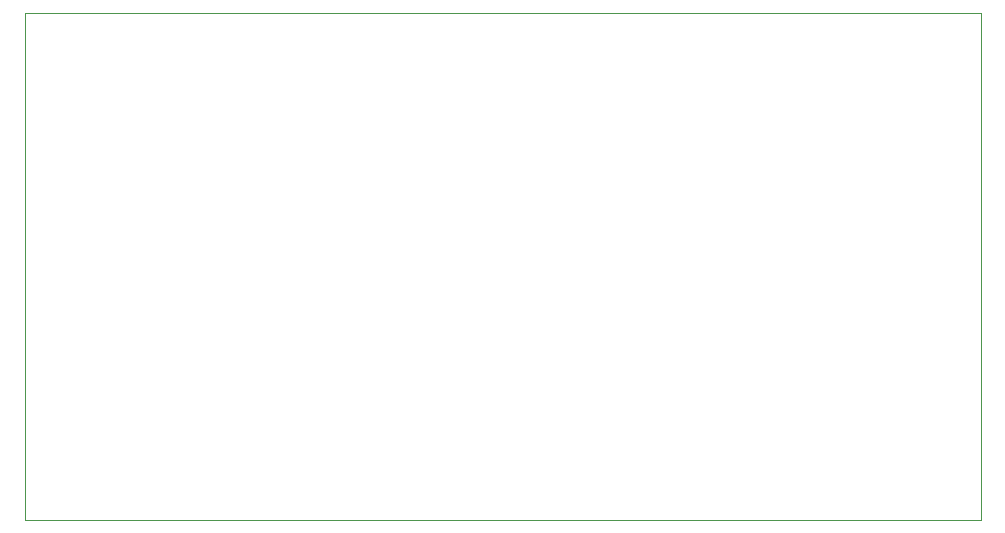
<source format=gm1>
%TF.GenerationSoftware,KiCad,Pcbnew,(6.0.4)*%
%TF.CreationDate,2022-04-14T11:49:59+05:30*%
%TF.ProjectId,6keymacro,366b6579-6d61-4637-926f-2e6b69636164,rev?*%
%TF.SameCoordinates,Original*%
%TF.FileFunction,Profile,NP*%
%FSLAX46Y46*%
G04 Gerber Fmt 4.6, Leading zero omitted, Abs format (unit mm)*
G04 Created by KiCad (PCBNEW (6.0.4)) date 2022-04-14 11:49:59*
%MOMM*%
%LPD*%
G01*
G04 APERTURE LIST*
%TA.AperFunction,Profile*%
%ADD10C,0.100000*%
%TD*%
G04 APERTURE END LIST*
D10*
X185737500Y-83343750D02*
X104775000Y-83343750D01*
X185737500Y-80962500D02*
X185737500Y-83343750D01*
X185737500Y-80962500D02*
X185737500Y-40481250D01*
X104775000Y-40481250D02*
X185737500Y-40481250D01*
X104775000Y-83343750D02*
X104775000Y-40481250D01*
M02*

</source>
